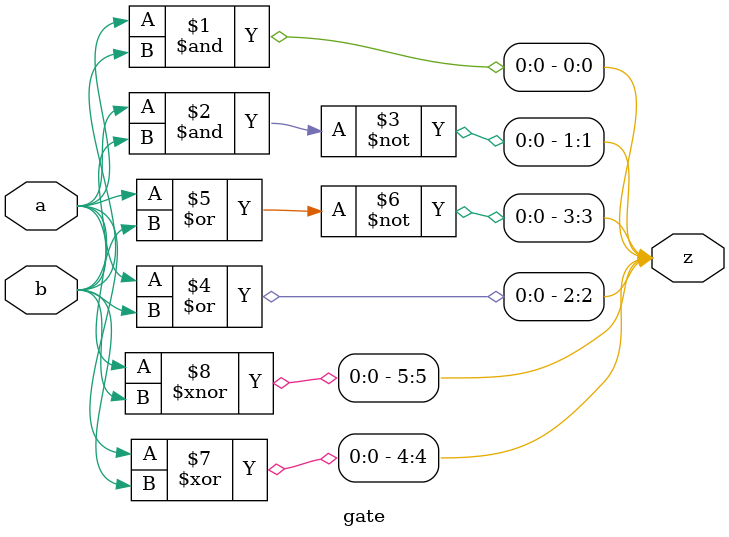
<source format=v>
`timescale 1ns / 1ps

module gate(input a,
            input b,
            output [5:0] z);
    assign z[0] = a & b;  //AND
    assign z[1] = ~(a & b);  //NAND
    assign z[2] = a | b;  //OR
    assign z[3] = ~(a | b);  //NOR
    assign z[4] = a ^ b;  //XOR
    assign z[5] = a ~^ b;  //XNOR
endmodule

</source>
